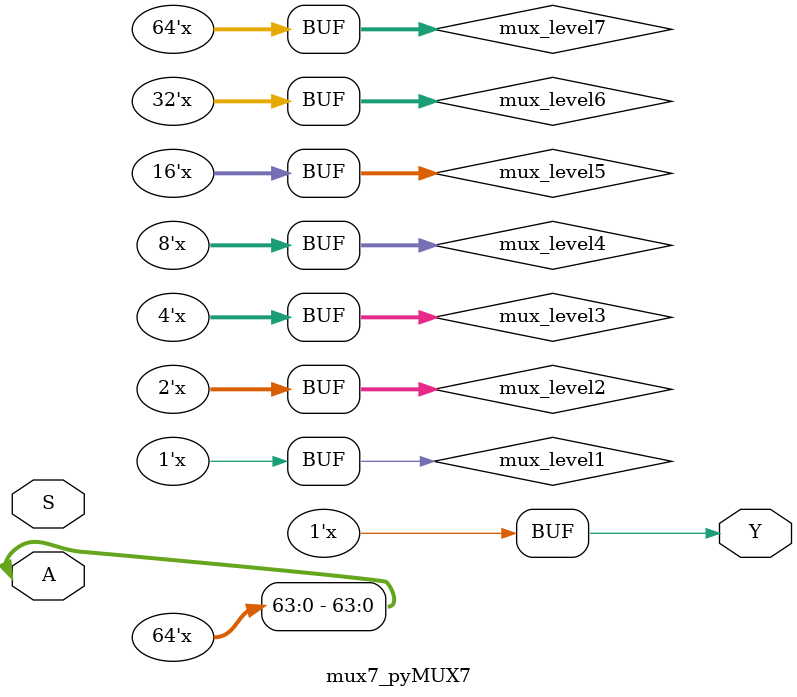
<source format=v>

module mux7_pyMUX7 (
    input [128-1:0] A,
    input [7-1:0] S,
    output Y
);
wire [64-1:0] mux_level7/* synthesis keep */;
wire [32-1:0] mux_level6/* synthesis keep */;
wire [16-1:0] mux_level5/* synthesis keep */;
wire [8-1:0] mux_level4/* synthesis keep */;
wire [4-1:0] mux_level3/* synthesis keep */;
wire [2-1:0] mux_level2/* synthesis keep */;
wire mux_level1/* synthesis keep */;
genvar gi;
generate
    for(gi=0;gi<64;gi=gi+1) begin : gen_muxl7
        assign mux_level7[gi] = S[0]?mux_level8[2*gi+1]:mux_level8[2*gi];
    end
    for(gi=0;gi<32;gi=gi+1) begin : gen_muxl6
        assign mux_level6[gi] = S[1]?mux_level7[2*gi+1]:mux_level7[2*gi];
    end
    for(gi=0;gi<16;gi=gi+1) begin : gen_muxl5
        assign mux_level5[gi] = S[2]?mux_level6[2*gi+1]:mux_level6[2*gi];
    end
    for(gi=0;gi<8;gi=gi+1) begin : gen_muxl4
        assign mux_level4[gi] = S[3]?mux_level5[2*gi+1]:mux_level5[2*gi];
    end
    for(gi=0;gi<4;gi=gi+1) begin : gen_muxl3
        assign mux_level3[gi] = S[4]?mux_level4[2*gi+1]:mux_level4[2*gi];
    end
    for(gi=0;gi<2;gi=gi+1) begin : gen_muxl2
        assign mux_level2[gi] = S[5]?mux_level3[2*gi+1]:mux_level3[2*gi];
    end
endgenerate
assign mux_level1 = S[6]?mux_level2[1]:mux_level2[0];
assign mux_level7 = A;
assign Y = mux_level1;
endmodule /* mux7_pyMUX7 */
</source>
